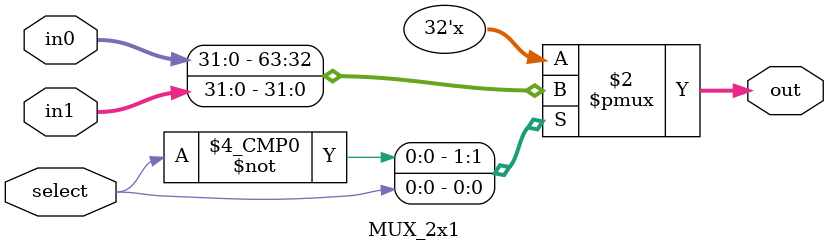
<source format=v>
`timescale 1ns / 1ps

module MUX_2x1 #(parameter n=32)(select,in0,in1,out);

input select;
input [n-1:0]in0,in1;
output reg[n-1:0]out; 

always@(*)
begin
  case(select)
    0:out<=in0;
    1:out<=in1;
    default:out<= 32'bx;
  endcase
end
endmodule

</source>
